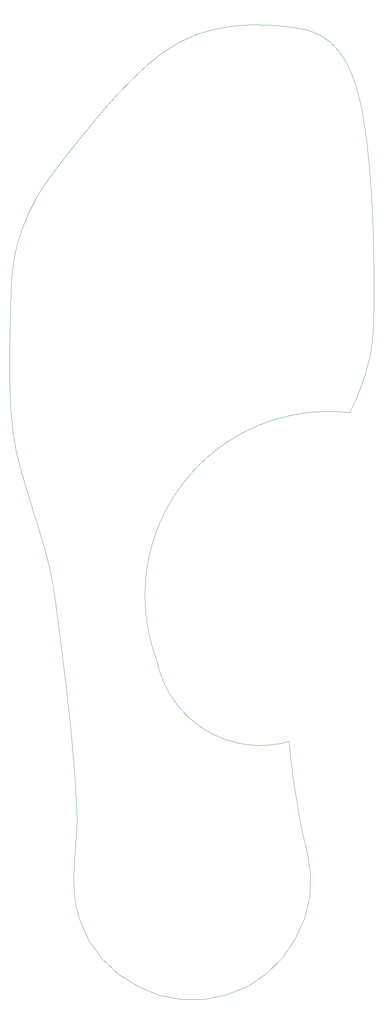
<source format=gbr>
G04 #@! TF.GenerationSoftware,KiCad,Pcbnew,(5.0.0)*
G04 #@! TF.CreationDate,2020-01-29T13:42:07+01:00*
G04 #@! TF.ProjectId,Insole_PCB,496E736F6C655F5043422E6B69636164,rev?*
G04 #@! TF.SameCoordinates,Original*
G04 #@! TF.FileFunction,Other,ECO2*
%FSLAX46Y46*%
G04 Gerber Fmt 4.6, Leading zero omitted, Abs format (unit mm)*
G04 Created by KiCad (PCBNEW (5.0.0)) date 01/29/20 13:42:07*
%MOMM*%
%LPD*%
G01*
G04 APERTURE LIST*
%ADD10C,0.100000*%
G04 APERTURE END LIST*
D10*
X210330590Y-128601726D02*
G75*
G03X163949453Y-188250707I-5056994J-43924577D01*
G01*
X163949446Y-188250327D02*
G75*
G03X195689453Y-207660707I24872853J5016340D01*
G01*
X129606445Y-91396756D02*
X130460446Y-87709067D01*
X128480431Y-113824000D02*
X128594055Y-108861047D01*
X134780545Y-77230959D02*
X136763427Y-73991805D01*
X165323409Y-41994985D02*
X169182839Y-39572095D01*
X151259988Y-55597591D02*
X154537967Y-51950115D01*
X138996144Y-70908709D02*
X141990227Y-67042068D01*
X148094483Y-59351849D02*
X151259988Y-55597591D01*
X128736660Y-103903854D02*
X128855219Y-98959199D01*
X128855219Y-98959199D02*
X129067051Y-95152656D01*
X136763427Y-73991805D02*
X138996144Y-70908709D01*
X130460446Y-87709067D02*
X131616100Y-84107158D01*
X128448811Y-118785936D02*
X128480431Y-113824000D01*
X186610175Y-35336695D02*
X191168970Y-35416495D01*
X169182839Y-39572095D02*
X173300319Y-37739905D01*
X161542010Y-45114145D02*
X165323409Y-41994985D01*
X154537967Y-51950115D02*
X157956086Y-48444075D01*
X145013785Y-63178228D02*
X148094483Y-59351849D01*
X129067051Y-95152656D02*
X129606445Y-91396756D01*
X128552229Y-123740075D02*
X128448811Y-118785936D01*
X191168970Y-35416495D02*
X195690373Y-35861645D01*
X173300319Y-37739905D02*
X177616762Y-36453315D01*
X157956086Y-48444075D02*
X161542010Y-45114145D01*
X182073077Y-35667275D02*
X186610175Y-35336695D01*
X177616762Y-36453315D02*
X182073077Y-35667275D01*
X141990227Y-67042068D02*
X145013785Y-63178228D01*
X131616100Y-84107158D02*
X133060451Y-80608599D01*
X128594055Y-108861047D02*
X128736660Y-103903854D01*
X133060451Y-80608599D02*
X134780545Y-77230959D01*
X200688265Y-244889846D02*
X199412171Y-250174695D01*
X130202958Y-138487930D02*
X129376275Y-133597850D01*
X144222217Y-216782157D02*
X143747136Y-210728068D01*
X175218886Y-269632835D02*
X169768683Y-269626835D01*
X136784252Y-160836798D02*
X135473518Y-156366120D01*
X190238909Y-263456375D02*
X185711080Y-266467505D01*
X169768683Y-269626835D02*
X164425817Y-268560845D01*
X135473518Y-156366120D02*
X134092082Y-151912639D01*
X128843708Y-128679639D02*
X128552229Y-123740075D01*
X129376275Y-133597850D02*
X128843708Y-128679639D01*
X140372174Y-180543925D02*
X139612853Y-174519471D01*
X200007115Y-234038954D02*
X200917738Y-239455420D01*
X131388863Y-142990289D02*
X130202958Y-138487930D01*
X138921859Y-169896729D02*
X137956346Y-165341420D01*
X139612853Y-174519471D02*
X138921859Y-169896729D01*
X144600304Y-229780499D02*
X144730203Y-226305139D01*
X141125401Y-186571574D02*
X140372174Y-180543925D01*
X159362709Y-266523765D02*
X154751779Y-263604015D01*
X143959134Y-243645265D02*
X143881854Y-240202089D01*
X143183402Y-204680663D02*
X142547527Y-198639245D01*
X145356276Y-250433041D02*
X144407974Y-247058502D01*
X199412171Y-250174695D02*
X197182930Y-255142425D01*
X142547527Y-198639245D02*
X141856023Y-192603114D01*
X143747136Y-210728068D02*
X143183402Y-204680663D01*
X144592135Y-222843628D02*
X144222217Y-216782157D01*
X144730203Y-226305139D02*
X144592135Y-222843628D01*
X154751779Y-263604015D02*
X150765450Y-259890035D01*
X164425817Y-268560845D02*
X159362709Y-266523765D01*
X132707884Y-147459610D02*
X131388863Y-142990289D01*
X141856023Y-192603114D02*
X141125401Y-186571574D01*
X150765450Y-259890035D02*
X147576142Y-255470235D01*
X134092082Y-151912639D02*
X132707884Y-147459610D01*
X137956346Y-165341420D02*
X136784252Y-160836798D01*
X144330343Y-233260948D02*
X144600304Y-229780499D01*
X144048225Y-236737731D02*
X144330343Y-233260948D01*
X143881854Y-240202089D02*
X144048225Y-236737731D01*
X144407974Y-247058502D02*
X143959134Y-243645265D01*
X147576142Y-255470235D02*
X145356276Y-250433041D01*
X180604004Y-268491365D02*
X175218886Y-269632835D01*
X185711080Y-266467505D02*
X180604004Y-268491365D01*
X194094017Y-259625495D02*
X190238909Y-263456375D01*
X197182930Y-255142425D02*
X194094017Y-259625495D01*
X200917738Y-239455420D02*
X200688265Y-244889846D01*
X216052732Y-88957525D02*
X216125012Y-95453877D01*
X215865796Y-82464051D02*
X216052732Y-88957525D01*
X212747805Y-53593744D02*
X213371426Y-56637963D01*
X195690373Y-35861645D02*
X200115293Y-36627035D01*
X213371426Y-56637963D02*
X214317022Y-63060412D01*
X207804969Y-41866525D02*
X209508773Y-44510615D01*
X211851929Y-125245764D02*
X210299453Y-128600707D01*
X215345926Y-114264241D02*
X213889487Y-119850014D01*
X216125012Y-95453877D02*
X216112652Y-101947156D01*
X209508773Y-44510615D02*
X210866898Y-47419935D01*
X205705068Y-39597815D02*
X207804969Y-41866525D01*
X200115293Y-36627035D02*
X203158650Y-37814605D01*
X213889487Y-119850014D02*
X211851929Y-125245764D01*
X216045642Y-108431411D02*
X215345926Y-114264241D01*
X215534202Y-75979407D02*
X215865796Y-82464051D01*
X214317022Y-63060412D02*
X215027946Y-69509543D01*
X216112652Y-101947156D02*
X216045642Y-108431411D01*
X215027946Y-69509543D02*
X215534202Y-75979407D01*
X211929769Y-50484355D02*
X212747805Y-53593744D01*
X203158650Y-37814605D02*
X205705068Y-39597815D01*
X210866898Y-47419935D02*
X211929769Y-50484355D01*
X197117861Y-219470487D02*
X197707101Y-223138075D01*
X195689453Y-207660707D02*
X195764724Y-208407433D01*
X199143324Y-230425440D02*
X200007124Y-234039330D01*
X196155081Y-212102222D02*
X196603324Y-215790888D01*
X197707101Y-223138075D02*
X198379453Y-226790707D01*
X196603324Y-215790888D02*
X197117861Y-219470487D01*
X195764724Y-208407433D02*
X196155081Y-212102222D01*
X198379453Y-226790707D02*
X199143324Y-230425440D01*
M02*

</source>
